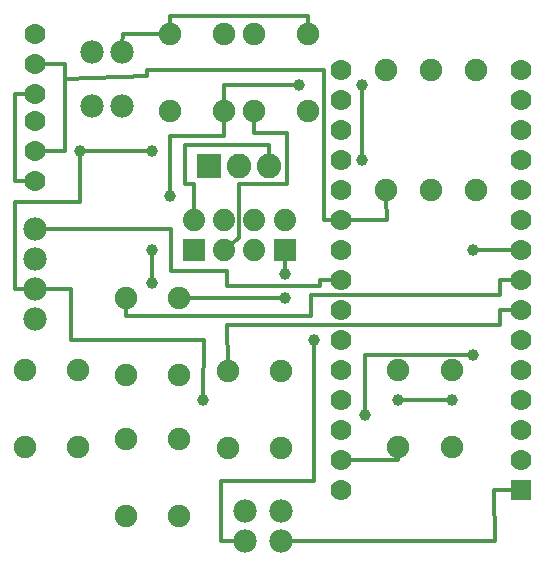
<source format=gbl>
G04 MADE WITH FRITZING*
G04 WWW.FRITZING.ORG*
G04 DOUBLE SIDED*
G04 HOLES PLATED*
G04 CONTOUR ON CENTER OF CONTOUR VECTOR*
%ASAXBY*%
%FSLAX23Y23*%
%MOIN*%
%OFA0B0*%
%SFA1.0B1.0*%
%ADD10C,0.078000*%
%ADD11C,0.075000*%
%ADD12C,0.082000*%
%ADD13C,0.069444*%
%ADD14C,0.070000*%
%ADD15C,0.074472*%
%ADD16C,0.039370*%
%ADD17R,0.082000X0.082000*%
%ADD18R,0.069972X0.070000*%
%ADD19R,0.074472X0.074108*%
%ADD20C,0.012000*%
%LNCOPPER0*%
G90*
G70*
G54D10*
X797Y248D03*
X797Y148D03*
X917Y248D03*
X917Y148D03*
G54D11*
X238Y462D03*
X238Y718D03*
X61Y462D03*
X61Y718D03*
X238Y462D03*
X238Y718D03*
X61Y462D03*
X61Y718D03*
X400Y958D03*
X400Y702D03*
X577Y958D03*
X577Y702D03*
X400Y958D03*
X400Y702D03*
X577Y958D03*
X577Y702D03*
X400Y488D03*
X400Y232D03*
X577Y488D03*
X577Y232D03*
X400Y488D03*
X400Y232D03*
X577Y488D03*
X577Y232D03*
X740Y714D03*
X740Y458D03*
X917Y714D03*
X917Y458D03*
X740Y714D03*
X740Y458D03*
X917Y714D03*
X917Y458D03*
X1485Y462D03*
X1485Y718D03*
X1307Y462D03*
X1307Y718D03*
X1485Y462D03*
X1485Y718D03*
X1307Y462D03*
X1307Y718D03*
G54D12*
X676Y1398D03*
X776Y1398D03*
X876Y1398D03*
G54D13*
X97Y1548D03*
X97Y1448D03*
X97Y1349D03*
X94Y1836D03*
X94Y1736D03*
X94Y1636D03*
G54D14*
X1717Y318D03*
X1717Y418D03*
X1717Y518D03*
X1717Y618D03*
X1717Y718D03*
X1717Y818D03*
X1717Y918D03*
X1717Y1018D03*
X1717Y1118D03*
X1717Y1218D03*
X1717Y1318D03*
X1717Y1418D03*
X1717Y1518D03*
X1717Y1618D03*
X1717Y1718D03*
X1117Y318D03*
X1117Y418D03*
X1117Y518D03*
X1117Y618D03*
X1117Y718D03*
X1117Y818D03*
X1117Y918D03*
X1117Y1018D03*
X1117Y1118D03*
X1117Y1218D03*
X1117Y1318D03*
X1117Y1418D03*
X1117Y1518D03*
X1117Y1618D03*
X1117Y1718D03*
G54D11*
X1417Y1718D03*
X1417Y1318D03*
X1567Y1718D03*
X1567Y1318D03*
X1267Y1718D03*
X1267Y1318D03*
X725Y1582D03*
X725Y1838D03*
X547Y1582D03*
X547Y1838D03*
X725Y1582D03*
X725Y1838D03*
X547Y1582D03*
X547Y1838D03*
X1005Y1582D03*
X1005Y1838D03*
X827Y1582D03*
X827Y1838D03*
X1005Y1582D03*
X1005Y1838D03*
X827Y1582D03*
X827Y1838D03*
G54D15*
X928Y1118D03*
X928Y1218D03*
X827Y1118D03*
X827Y1218D03*
X727Y1118D03*
X727Y1218D03*
X626Y1118D03*
X626Y1218D03*
G54D10*
X287Y1598D03*
X387Y1598D03*
X287Y1778D03*
X387Y1778D03*
X97Y888D03*
X97Y988D03*
X97Y1088D03*
X97Y1188D03*
G54D16*
X547Y1298D03*
X1187Y1418D03*
X1027Y818D03*
X1197Y568D03*
X1557Y768D03*
X1557Y1118D03*
X487Y1448D03*
X247Y1448D03*
X657Y618D03*
X487Y1008D03*
X1307Y618D03*
X1487Y618D03*
X928Y1038D03*
X928Y959D03*
X977Y1668D03*
X1187Y1668D03*
X487Y1118D03*
G54D17*
X676Y1398D03*
G54D18*
X1717Y318D03*
G54D19*
X928Y1118D03*
X626Y1118D03*
G54D20*
X747Y1134D02*
X777Y1158D01*
D02*
X777Y1158D02*
X777Y1338D01*
D02*
X777Y1338D02*
X937Y1338D01*
D02*
X937Y1338D02*
X937Y1508D01*
D02*
X827Y1508D02*
X827Y1559D01*
D02*
X937Y1508D02*
X827Y1508D01*
D02*
X399Y935D02*
X398Y899D01*
D02*
X398Y899D02*
X1017Y899D01*
D02*
X1017Y968D02*
X1647Y968D01*
D02*
X1017Y899D02*
X1017Y968D01*
D02*
X1647Y1018D02*
X1694Y1018D01*
D02*
X1647Y968D02*
X1647Y1018D01*
D02*
X1047Y998D02*
X737Y998D01*
D02*
X1047Y1019D02*
X1047Y998D01*
D02*
X548Y1049D02*
X548Y1188D01*
D02*
X737Y1048D02*
X548Y1049D01*
D02*
X737Y998D02*
X737Y1048D01*
D02*
X1094Y1018D02*
X1047Y1019D01*
D02*
X217Y1188D02*
X122Y1188D01*
D02*
X548Y1188D02*
X217Y1188D01*
D02*
X740Y737D02*
X737Y868D01*
D02*
X737Y868D02*
X1647Y868D01*
D02*
X1647Y919D02*
X1694Y918D01*
D02*
X1647Y868D02*
X1647Y919D01*
D02*
X626Y1244D02*
X627Y1338D01*
D02*
X627Y1338D02*
X597Y1338D01*
D02*
X597Y1338D02*
X597Y1468D01*
D02*
X877Y1468D02*
X877Y1425D01*
D02*
X597Y1468D02*
X877Y1468D01*
D02*
X547Y1312D02*
X547Y1498D01*
D02*
X727Y1499D02*
X725Y1559D01*
D02*
X547Y1498D02*
X727Y1499D01*
D02*
X1187Y1432D02*
X1187Y1655D01*
D02*
X964Y1668D02*
X727Y1668D01*
D02*
X727Y1668D02*
X725Y1605D01*
D02*
X388Y1838D02*
X524Y1838D01*
D02*
X387Y1803D02*
X388Y1838D01*
D02*
X77Y1348D02*
X28Y1348D01*
D02*
X28Y1348D02*
X28Y1639D01*
D02*
X28Y1639D02*
X73Y1637D01*
D02*
X928Y1093D02*
X928Y1052D01*
D02*
X1307Y419D02*
X1141Y418D01*
D02*
X1307Y439D02*
X1307Y419D01*
D02*
X1268Y1219D02*
X1267Y1295D01*
D02*
X1141Y1218D02*
X1268Y1219D01*
D02*
X197Y1448D02*
X197Y1688D01*
D02*
X118Y1448D02*
X197Y1448D01*
D02*
X468Y1718D02*
X1058Y1718D01*
D02*
X468Y1698D02*
X468Y1718D01*
D02*
X197Y1688D02*
X468Y1698D01*
D02*
X1058Y1718D02*
X1058Y1219D01*
D02*
X1058Y1219D02*
X1094Y1219D01*
D02*
X197Y1738D02*
X197Y1688D01*
D02*
X115Y1736D02*
X197Y1738D01*
D02*
X1694Y318D02*
X1627Y318D01*
D02*
X1627Y318D02*
X1628Y148D01*
D02*
X1628Y148D02*
X942Y148D01*
D02*
X717Y148D02*
X717Y348D01*
D02*
X717Y348D02*
X1026Y349D01*
D02*
X1026Y349D02*
X1027Y805D01*
D02*
X773Y148D02*
X717Y148D01*
D02*
X1197Y582D02*
X1197Y769D01*
D02*
X1197Y769D02*
X1544Y768D01*
D02*
X1571Y1118D02*
X1694Y1118D01*
D02*
X73Y989D02*
X28Y989D01*
D02*
X28Y989D02*
X28Y1279D01*
D02*
X28Y1279D02*
X247Y1279D01*
D02*
X247Y1279D02*
X247Y1435D01*
D02*
X657Y632D02*
X658Y818D01*
D02*
X217Y989D02*
X122Y988D01*
D02*
X217Y818D02*
X217Y989D01*
D02*
X658Y818D02*
X217Y818D01*
D02*
X487Y1104D02*
X487Y1022D01*
D02*
X261Y1448D02*
X474Y1448D01*
D02*
X547Y1899D02*
X1007Y1899D01*
D02*
X1007Y1899D02*
X1006Y1861D01*
D02*
X547Y1861D02*
X547Y1899D01*
D02*
X1321Y618D02*
X1474Y618D01*
D02*
X600Y958D02*
X914Y959D01*
G04 End of Copper0*
M02*
</source>
